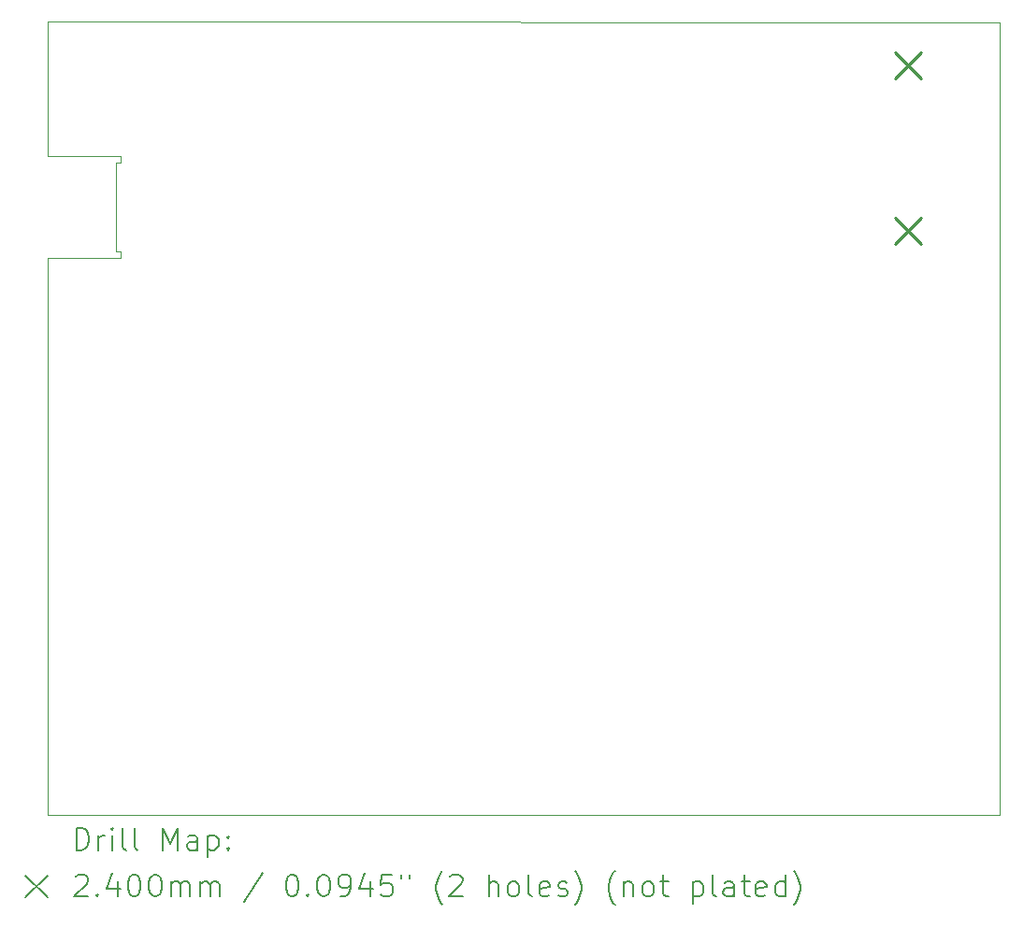
<source format=gbr>
%TF.GenerationSoftware,KiCad,Pcbnew,9.0.1+1*%
%TF.CreationDate,2025-09-08T06:41:38+00:00*%
%TF.ProjectId,c64psu,63363470-7375-42e6-9b69-6361645f7063,rev?*%
%TF.SameCoordinates,Original*%
%TF.FileFunction,Drillmap*%
%TF.FilePolarity,Positive*%
%FSLAX45Y45*%
G04 Gerber Fmt 4.5, Leading zero omitted, Abs format (unit mm)*
G04 Created by KiCad (PCBNEW 9.0.1+1) date 2025-09-08 06:41:38*
%MOMM*%
%LPD*%
G01*
G04 APERTURE LIST*
%ADD10C,0.050000*%
%ADD11C,0.200000*%
%ADD12C,0.240000*%
G04 APERTURE END LIST*
D10*
X21922455Y-3703347D02*
X21925006Y-10890062D01*
X13310009Y-10887562D01*
X13307507Y-5840000D01*
X13967500Y-5840000D01*
X13967500Y-5780000D01*
X13925000Y-5780000D01*
X13925000Y-4975000D01*
X13970000Y-4975000D01*
X13970000Y-4915000D01*
X13307500Y-4915000D01*
X13307500Y-3700847D01*
X21922455Y-3703347D01*
D11*
D12*
X20978000Y-3974000D02*
X21218000Y-4214000D01*
X21218000Y-3974000D02*
X20978000Y-4214000D01*
X20978000Y-5474000D02*
X21218000Y-5714000D01*
X21218000Y-5474000D02*
X20978000Y-5714000D01*
D11*
X13565777Y-11204046D02*
X13565777Y-11004046D01*
X13565777Y-11004046D02*
X13613396Y-11004046D01*
X13613396Y-11004046D02*
X13641967Y-11013570D01*
X13641967Y-11013570D02*
X13661015Y-11032618D01*
X13661015Y-11032618D02*
X13670539Y-11051665D01*
X13670539Y-11051665D02*
X13680062Y-11089760D01*
X13680062Y-11089760D02*
X13680062Y-11118332D01*
X13680062Y-11118332D02*
X13670539Y-11156427D01*
X13670539Y-11156427D02*
X13661015Y-11175475D01*
X13661015Y-11175475D02*
X13641967Y-11194522D01*
X13641967Y-11194522D02*
X13613396Y-11204046D01*
X13613396Y-11204046D02*
X13565777Y-11204046D01*
X13765777Y-11204046D02*
X13765777Y-11070713D01*
X13765777Y-11108808D02*
X13775301Y-11089760D01*
X13775301Y-11089760D02*
X13784824Y-11080237D01*
X13784824Y-11080237D02*
X13803872Y-11070713D01*
X13803872Y-11070713D02*
X13822920Y-11070713D01*
X13889586Y-11204046D02*
X13889586Y-11070713D01*
X13889586Y-11004046D02*
X13880062Y-11013570D01*
X13880062Y-11013570D02*
X13889586Y-11023094D01*
X13889586Y-11023094D02*
X13899110Y-11013570D01*
X13899110Y-11013570D02*
X13889586Y-11004046D01*
X13889586Y-11004046D02*
X13889586Y-11023094D01*
X14013396Y-11204046D02*
X13994348Y-11194522D01*
X13994348Y-11194522D02*
X13984824Y-11175475D01*
X13984824Y-11175475D02*
X13984824Y-11004046D01*
X14118158Y-11204046D02*
X14099110Y-11194522D01*
X14099110Y-11194522D02*
X14089586Y-11175475D01*
X14089586Y-11175475D02*
X14089586Y-11004046D01*
X14346729Y-11204046D02*
X14346729Y-11004046D01*
X14346729Y-11004046D02*
X14413396Y-11146903D01*
X14413396Y-11146903D02*
X14480062Y-11004046D01*
X14480062Y-11004046D02*
X14480062Y-11204046D01*
X14661015Y-11204046D02*
X14661015Y-11099284D01*
X14661015Y-11099284D02*
X14651491Y-11080237D01*
X14651491Y-11080237D02*
X14632443Y-11070713D01*
X14632443Y-11070713D02*
X14594348Y-11070713D01*
X14594348Y-11070713D02*
X14575301Y-11080237D01*
X14661015Y-11194522D02*
X14641967Y-11204046D01*
X14641967Y-11204046D02*
X14594348Y-11204046D01*
X14594348Y-11204046D02*
X14575301Y-11194522D01*
X14575301Y-11194522D02*
X14565777Y-11175475D01*
X14565777Y-11175475D02*
X14565777Y-11156427D01*
X14565777Y-11156427D02*
X14575301Y-11137380D01*
X14575301Y-11137380D02*
X14594348Y-11127856D01*
X14594348Y-11127856D02*
X14641967Y-11127856D01*
X14641967Y-11127856D02*
X14661015Y-11118332D01*
X14756253Y-11070713D02*
X14756253Y-11270713D01*
X14756253Y-11080237D02*
X14775301Y-11070713D01*
X14775301Y-11070713D02*
X14813396Y-11070713D01*
X14813396Y-11070713D02*
X14832443Y-11080237D01*
X14832443Y-11080237D02*
X14841967Y-11089760D01*
X14841967Y-11089760D02*
X14851491Y-11108808D01*
X14851491Y-11108808D02*
X14851491Y-11165951D01*
X14851491Y-11165951D02*
X14841967Y-11184998D01*
X14841967Y-11184998D02*
X14832443Y-11194522D01*
X14832443Y-11194522D02*
X14813396Y-11204046D01*
X14813396Y-11204046D02*
X14775301Y-11204046D01*
X14775301Y-11204046D02*
X14756253Y-11194522D01*
X14937205Y-11184998D02*
X14946729Y-11194522D01*
X14946729Y-11194522D02*
X14937205Y-11204046D01*
X14937205Y-11204046D02*
X14927682Y-11194522D01*
X14927682Y-11194522D02*
X14937205Y-11184998D01*
X14937205Y-11184998D02*
X14937205Y-11204046D01*
X14937205Y-11080237D02*
X14946729Y-11089760D01*
X14946729Y-11089760D02*
X14937205Y-11099284D01*
X14937205Y-11099284D02*
X14927682Y-11089760D01*
X14927682Y-11089760D02*
X14937205Y-11080237D01*
X14937205Y-11080237D02*
X14937205Y-11099284D01*
X13105000Y-11432562D02*
X13305000Y-11632562D01*
X13305000Y-11432562D02*
X13105000Y-11632562D01*
X13556253Y-11443094D02*
X13565777Y-11433570D01*
X13565777Y-11433570D02*
X13584824Y-11424046D01*
X13584824Y-11424046D02*
X13632443Y-11424046D01*
X13632443Y-11424046D02*
X13651491Y-11433570D01*
X13651491Y-11433570D02*
X13661015Y-11443094D01*
X13661015Y-11443094D02*
X13670539Y-11462141D01*
X13670539Y-11462141D02*
X13670539Y-11481189D01*
X13670539Y-11481189D02*
X13661015Y-11509760D01*
X13661015Y-11509760D02*
X13546729Y-11624046D01*
X13546729Y-11624046D02*
X13670539Y-11624046D01*
X13756253Y-11604998D02*
X13765777Y-11614522D01*
X13765777Y-11614522D02*
X13756253Y-11624046D01*
X13756253Y-11624046D02*
X13746729Y-11614522D01*
X13746729Y-11614522D02*
X13756253Y-11604998D01*
X13756253Y-11604998D02*
X13756253Y-11624046D01*
X13937205Y-11490713D02*
X13937205Y-11624046D01*
X13889586Y-11414522D02*
X13841967Y-11557379D01*
X13841967Y-11557379D02*
X13965777Y-11557379D01*
X14080062Y-11424046D02*
X14099110Y-11424046D01*
X14099110Y-11424046D02*
X14118158Y-11433570D01*
X14118158Y-11433570D02*
X14127682Y-11443094D01*
X14127682Y-11443094D02*
X14137205Y-11462141D01*
X14137205Y-11462141D02*
X14146729Y-11500237D01*
X14146729Y-11500237D02*
X14146729Y-11547856D01*
X14146729Y-11547856D02*
X14137205Y-11585951D01*
X14137205Y-11585951D02*
X14127682Y-11604998D01*
X14127682Y-11604998D02*
X14118158Y-11614522D01*
X14118158Y-11614522D02*
X14099110Y-11624046D01*
X14099110Y-11624046D02*
X14080062Y-11624046D01*
X14080062Y-11624046D02*
X14061015Y-11614522D01*
X14061015Y-11614522D02*
X14051491Y-11604998D01*
X14051491Y-11604998D02*
X14041967Y-11585951D01*
X14041967Y-11585951D02*
X14032443Y-11547856D01*
X14032443Y-11547856D02*
X14032443Y-11500237D01*
X14032443Y-11500237D02*
X14041967Y-11462141D01*
X14041967Y-11462141D02*
X14051491Y-11443094D01*
X14051491Y-11443094D02*
X14061015Y-11433570D01*
X14061015Y-11433570D02*
X14080062Y-11424046D01*
X14270539Y-11424046D02*
X14289586Y-11424046D01*
X14289586Y-11424046D02*
X14308634Y-11433570D01*
X14308634Y-11433570D02*
X14318158Y-11443094D01*
X14318158Y-11443094D02*
X14327682Y-11462141D01*
X14327682Y-11462141D02*
X14337205Y-11500237D01*
X14337205Y-11500237D02*
X14337205Y-11547856D01*
X14337205Y-11547856D02*
X14327682Y-11585951D01*
X14327682Y-11585951D02*
X14318158Y-11604998D01*
X14318158Y-11604998D02*
X14308634Y-11614522D01*
X14308634Y-11614522D02*
X14289586Y-11624046D01*
X14289586Y-11624046D02*
X14270539Y-11624046D01*
X14270539Y-11624046D02*
X14251491Y-11614522D01*
X14251491Y-11614522D02*
X14241967Y-11604998D01*
X14241967Y-11604998D02*
X14232443Y-11585951D01*
X14232443Y-11585951D02*
X14222920Y-11547856D01*
X14222920Y-11547856D02*
X14222920Y-11500237D01*
X14222920Y-11500237D02*
X14232443Y-11462141D01*
X14232443Y-11462141D02*
X14241967Y-11443094D01*
X14241967Y-11443094D02*
X14251491Y-11433570D01*
X14251491Y-11433570D02*
X14270539Y-11424046D01*
X14422920Y-11624046D02*
X14422920Y-11490713D01*
X14422920Y-11509760D02*
X14432443Y-11500237D01*
X14432443Y-11500237D02*
X14451491Y-11490713D01*
X14451491Y-11490713D02*
X14480063Y-11490713D01*
X14480063Y-11490713D02*
X14499110Y-11500237D01*
X14499110Y-11500237D02*
X14508634Y-11519284D01*
X14508634Y-11519284D02*
X14508634Y-11624046D01*
X14508634Y-11519284D02*
X14518158Y-11500237D01*
X14518158Y-11500237D02*
X14537205Y-11490713D01*
X14537205Y-11490713D02*
X14565777Y-11490713D01*
X14565777Y-11490713D02*
X14584824Y-11500237D01*
X14584824Y-11500237D02*
X14594348Y-11519284D01*
X14594348Y-11519284D02*
X14594348Y-11624046D01*
X14689586Y-11624046D02*
X14689586Y-11490713D01*
X14689586Y-11509760D02*
X14699110Y-11500237D01*
X14699110Y-11500237D02*
X14718158Y-11490713D01*
X14718158Y-11490713D02*
X14746729Y-11490713D01*
X14746729Y-11490713D02*
X14765777Y-11500237D01*
X14765777Y-11500237D02*
X14775301Y-11519284D01*
X14775301Y-11519284D02*
X14775301Y-11624046D01*
X14775301Y-11519284D02*
X14784824Y-11500237D01*
X14784824Y-11500237D02*
X14803872Y-11490713D01*
X14803872Y-11490713D02*
X14832443Y-11490713D01*
X14832443Y-11490713D02*
X14851491Y-11500237D01*
X14851491Y-11500237D02*
X14861015Y-11519284D01*
X14861015Y-11519284D02*
X14861015Y-11624046D01*
X15251491Y-11414522D02*
X15080063Y-11671665D01*
X15508634Y-11424046D02*
X15527682Y-11424046D01*
X15527682Y-11424046D02*
X15546729Y-11433570D01*
X15546729Y-11433570D02*
X15556253Y-11443094D01*
X15556253Y-11443094D02*
X15565777Y-11462141D01*
X15565777Y-11462141D02*
X15575301Y-11500237D01*
X15575301Y-11500237D02*
X15575301Y-11547856D01*
X15575301Y-11547856D02*
X15565777Y-11585951D01*
X15565777Y-11585951D02*
X15556253Y-11604998D01*
X15556253Y-11604998D02*
X15546729Y-11614522D01*
X15546729Y-11614522D02*
X15527682Y-11624046D01*
X15527682Y-11624046D02*
X15508634Y-11624046D01*
X15508634Y-11624046D02*
X15489586Y-11614522D01*
X15489586Y-11614522D02*
X15480063Y-11604998D01*
X15480063Y-11604998D02*
X15470539Y-11585951D01*
X15470539Y-11585951D02*
X15461015Y-11547856D01*
X15461015Y-11547856D02*
X15461015Y-11500237D01*
X15461015Y-11500237D02*
X15470539Y-11462141D01*
X15470539Y-11462141D02*
X15480063Y-11443094D01*
X15480063Y-11443094D02*
X15489586Y-11433570D01*
X15489586Y-11433570D02*
X15508634Y-11424046D01*
X15661015Y-11604998D02*
X15670539Y-11614522D01*
X15670539Y-11614522D02*
X15661015Y-11624046D01*
X15661015Y-11624046D02*
X15651491Y-11614522D01*
X15651491Y-11614522D02*
X15661015Y-11604998D01*
X15661015Y-11604998D02*
X15661015Y-11624046D01*
X15794348Y-11424046D02*
X15813396Y-11424046D01*
X15813396Y-11424046D02*
X15832444Y-11433570D01*
X15832444Y-11433570D02*
X15841967Y-11443094D01*
X15841967Y-11443094D02*
X15851491Y-11462141D01*
X15851491Y-11462141D02*
X15861015Y-11500237D01*
X15861015Y-11500237D02*
X15861015Y-11547856D01*
X15861015Y-11547856D02*
X15851491Y-11585951D01*
X15851491Y-11585951D02*
X15841967Y-11604998D01*
X15841967Y-11604998D02*
X15832444Y-11614522D01*
X15832444Y-11614522D02*
X15813396Y-11624046D01*
X15813396Y-11624046D02*
X15794348Y-11624046D01*
X15794348Y-11624046D02*
X15775301Y-11614522D01*
X15775301Y-11614522D02*
X15765777Y-11604998D01*
X15765777Y-11604998D02*
X15756253Y-11585951D01*
X15756253Y-11585951D02*
X15746729Y-11547856D01*
X15746729Y-11547856D02*
X15746729Y-11500237D01*
X15746729Y-11500237D02*
X15756253Y-11462141D01*
X15756253Y-11462141D02*
X15765777Y-11443094D01*
X15765777Y-11443094D02*
X15775301Y-11433570D01*
X15775301Y-11433570D02*
X15794348Y-11424046D01*
X15956253Y-11624046D02*
X15994348Y-11624046D01*
X15994348Y-11624046D02*
X16013396Y-11614522D01*
X16013396Y-11614522D02*
X16022920Y-11604998D01*
X16022920Y-11604998D02*
X16041967Y-11576427D01*
X16041967Y-11576427D02*
X16051491Y-11538332D01*
X16051491Y-11538332D02*
X16051491Y-11462141D01*
X16051491Y-11462141D02*
X16041967Y-11443094D01*
X16041967Y-11443094D02*
X16032444Y-11433570D01*
X16032444Y-11433570D02*
X16013396Y-11424046D01*
X16013396Y-11424046D02*
X15975301Y-11424046D01*
X15975301Y-11424046D02*
X15956253Y-11433570D01*
X15956253Y-11433570D02*
X15946729Y-11443094D01*
X15946729Y-11443094D02*
X15937206Y-11462141D01*
X15937206Y-11462141D02*
X15937206Y-11509760D01*
X15937206Y-11509760D02*
X15946729Y-11528808D01*
X15946729Y-11528808D02*
X15956253Y-11538332D01*
X15956253Y-11538332D02*
X15975301Y-11547856D01*
X15975301Y-11547856D02*
X16013396Y-11547856D01*
X16013396Y-11547856D02*
X16032444Y-11538332D01*
X16032444Y-11538332D02*
X16041967Y-11528808D01*
X16041967Y-11528808D02*
X16051491Y-11509760D01*
X16222920Y-11490713D02*
X16222920Y-11624046D01*
X16175301Y-11414522D02*
X16127682Y-11557379D01*
X16127682Y-11557379D02*
X16251491Y-11557379D01*
X16422920Y-11424046D02*
X16327682Y-11424046D01*
X16327682Y-11424046D02*
X16318158Y-11519284D01*
X16318158Y-11519284D02*
X16327682Y-11509760D01*
X16327682Y-11509760D02*
X16346729Y-11500237D01*
X16346729Y-11500237D02*
X16394348Y-11500237D01*
X16394348Y-11500237D02*
X16413396Y-11509760D01*
X16413396Y-11509760D02*
X16422920Y-11519284D01*
X16422920Y-11519284D02*
X16432444Y-11538332D01*
X16432444Y-11538332D02*
X16432444Y-11585951D01*
X16432444Y-11585951D02*
X16422920Y-11604998D01*
X16422920Y-11604998D02*
X16413396Y-11614522D01*
X16413396Y-11614522D02*
X16394348Y-11624046D01*
X16394348Y-11624046D02*
X16346729Y-11624046D01*
X16346729Y-11624046D02*
X16327682Y-11614522D01*
X16327682Y-11614522D02*
X16318158Y-11604998D01*
X16508634Y-11424046D02*
X16508634Y-11462141D01*
X16584825Y-11424046D02*
X16584825Y-11462141D01*
X16880063Y-11700237D02*
X16870539Y-11690713D01*
X16870539Y-11690713D02*
X16851491Y-11662141D01*
X16851491Y-11662141D02*
X16841968Y-11643094D01*
X16841968Y-11643094D02*
X16832444Y-11614522D01*
X16832444Y-11614522D02*
X16822920Y-11566903D01*
X16822920Y-11566903D02*
X16822920Y-11528808D01*
X16822920Y-11528808D02*
X16832444Y-11481189D01*
X16832444Y-11481189D02*
X16841968Y-11452618D01*
X16841968Y-11452618D02*
X16851491Y-11433570D01*
X16851491Y-11433570D02*
X16870539Y-11404998D01*
X16870539Y-11404998D02*
X16880063Y-11395475D01*
X16946730Y-11443094D02*
X16956253Y-11433570D01*
X16956253Y-11433570D02*
X16975301Y-11424046D01*
X16975301Y-11424046D02*
X17022920Y-11424046D01*
X17022920Y-11424046D02*
X17041968Y-11433570D01*
X17041968Y-11433570D02*
X17051491Y-11443094D01*
X17051491Y-11443094D02*
X17061015Y-11462141D01*
X17061015Y-11462141D02*
X17061015Y-11481189D01*
X17061015Y-11481189D02*
X17051491Y-11509760D01*
X17051491Y-11509760D02*
X16937206Y-11624046D01*
X16937206Y-11624046D02*
X17061015Y-11624046D01*
X17299111Y-11624046D02*
X17299111Y-11424046D01*
X17384825Y-11624046D02*
X17384825Y-11519284D01*
X17384825Y-11519284D02*
X17375301Y-11500237D01*
X17375301Y-11500237D02*
X17356253Y-11490713D01*
X17356253Y-11490713D02*
X17327682Y-11490713D01*
X17327682Y-11490713D02*
X17308634Y-11500237D01*
X17308634Y-11500237D02*
X17299111Y-11509760D01*
X17508634Y-11624046D02*
X17489587Y-11614522D01*
X17489587Y-11614522D02*
X17480063Y-11604998D01*
X17480063Y-11604998D02*
X17470539Y-11585951D01*
X17470539Y-11585951D02*
X17470539Y-11528808D01*
X17470539Y-11528808D02*
X17480063Y-11509760D01*
X17480063Y-11509760D02*
X17489587Y-11500237D01*
X17489587Y-11500237D02*
X17508634Y-11490713D01*
X17508634Y-11490713D02*
X17537206Y-11490713D01*
X17537206Y-11490713D02*
X17556253Y-11500237D01*
X17556253Y-11500237D02*
X17565777Y-11509760D01*
X17565777Y-11509760D02*
X17575301Y-11528808D01*
X17575301Y-11528808D02*
X17575301Y-11585951D01*
X17575301Y-11585951D02*
X17565777Y-11604998D01*
X17565777Y-11604998D02*
X17556253Y-11614522D01*
X17556253Y-11614522D02*
X17537206Y-11624046D01*
X17537206Y-11624046D02*
X17508634Y-11624046D01*
X17689587Y-11624046D02*
X17670539Y-11614522D01*
X17670539Y-11614522D02*
X17661015Y-11595475D01*
X17661015Y-11595475D02*
X17661015Y-11424046D01*
X17841968Y-11614522D02*
X17822920Y-11624046D01*
X17822920Y-11624046D02*
X17784825Y-11624046D01*
X17784825Y-11624046D02*
X17765777Y-11614522D01*
X17765777Y-11614522D02*
X17756253Y-11595475D01*
X17756253Y-11595475D02*
X17756253Y-11519284D01*
X17756253Y-11519284D02*
X17765777Y-11500237D01*
X17765777Y-11500237D02*
X17784825Y-11490713D01*
X17784825Y-11490713D02*
X17822920Y-11490713D01*
X17822920Y-11490713D02*
X17841968Y-11500237D01*
X17841968Y-11500237D02*
X17851492Y-11519284D01*
X17851492Y-11519284D02*
X17851492Y-11538332D01*
X17851492Y-11538332D02*
X17756253Y-11557379D01*
X17927682Y-11614522D02*
X17946730Y-11624046D01*
X17946730Y-11624046D02*
X17984825Y-11624046D01*
X17984825Y-11624046D02*
X18003873Y-11614522D01*
X18003873Y-11614522D02*
X18013396Y-11595475D01*
X18013396Y-11595475D02*
X18013396Y-11585951D01*
X18013396Y-11585951D02*
X18003873Y-11566903D01*
X18003873Y-11566903D02*
X17984825Y-11557379D01*
X17984825Y-11557379D02*
X17956253Y-11557379D01*
X17956253Y-11557379D02*
X17937206Y-11547856D01*
X17937206Y-11547856D02*
X17927682Y-11528808D01*
X17927682Y-11528808D02*
X17927682Y-11519284D01*
X17927682Y-11519284D02*
X17937206Y-11500237D01*
X17937206Y-11500237D02*
X17956253Y-11490713D01*
X17956253Y-11490713D02*
X17984825Y-11490713D01*
X17984825Y-11490713D02*
X18003873Y-11500237D01*
X18080063Y-11700237D02*
X18089587Y-11690713D01*
X18089587Y-11690713D02*
X18108634Y-11662141D01*
X18108634Y-11662141D02*
X18118158Y-11643094D01*
X18118158Y-11643094D02*
X18127682Y-11614522D01*
X18127682Y-11614522D02*
X18137206Y-11566903D01*
X18137206Y-11566903D02*
X18137206Y-11528808D01*
X18137206Y-11528808D02*
X18127682Y-11481189D01*
X18127682Y-11481189D02*
X18118158Y-11452618D01*
X18118158Y-11452618D02*
X18108634Y-11433570D01*
X18108634Y-11433570D02*
X18089587Y-11404998D01*
X18089587Y-11404998D02*
X18080063Y-11395475D01*
X18441968Y-11700237D02*
X18432444Y-11690713D01*
X18432444Y-11690713D02*
X18413396Y-11662141D01*
X18413396Y-11662141D02*
X18403873Y-11643094D01*
X18403873Y-11643094D02*
X18394349Y-11614522D01*
X18394349Y-11614522D02*
X18384825Y-11566903D01*
X18384825Y-11566903D02*
X18384825Y-11528808D01*
X18384825Y-11528808D02*
X18394349Y-11481189D01*
X18394349Y-11481189D02*
X18403873Y-11452618D01*
X18403873Y-11452618D02*
X18413396Y-11433570D01*
X18413396Y-11433570D02*
X18432444Y-11404998D01*
X18432444Y-11404998D02*
X18441968Y-11395475D01*
X18518158Y-11490713D02*
X18518158Y-11624046D01*
X18518158Y-11509760D02*
X18527682Y-11500237D01*
X18527682Y-11500237D02*
X18546730Y-11490713D01*
X18546730Y-11490713D02*
X18575301Y-11490713D01*
X18575301Y-11490713D02*
X18594349Y-11500237D01*
X18594349Y-11500237D02*
X18603873Y-11519284D01*
X18603873Y-11519284D02*
X18603873Y-11624046D01*
X18727682Y-11624046D02*
X18708634Y-11614522D01*
X18708634Y-11614522D02*
X18699111Y-11604998D01*
X18699111Y-11604998D02*
X18689587Y-11585951D01*
X18689587Y-11585951D02*
X18689587Y-11528808D01*
X18689587Y-11528808D02*
X18699111Y-11509760D01*
X18699111Y-11509760D02*
X18708634Y-11500237D01*
X18708634Y-11500237D02*
X18727682Y-11490713D01*
X18727682Y-11490713D02*
X18756254Y-11490713D01*
X18756254Y-11490713D02*
X18775301Y-11500237D01*
X18775301Y-11500237D02*
X18784825Y-11509760D01*
X18784825Y-11509760D02*
X18794349Y-11528808D01*
X18794349Y-11528808D02*
X18794349Y-11585951D01*
X18794349Y-11585951D02*
X18784825Y-11604998D01*
X18784825Y-11604998D02*
X18775301Y-11614522D01*
X18775301Y-11614522D02*
X18756254Y-11624046D01*
X18756254Y-11624046D02*
X18727682Y-11624046D01*
X18851492Y-11490713D02*
X18927682Y-11490713D01*
X18880063Y-11424046D02*
X18880063Y-11595475D01*
X18880063Y-11595475D02*
X18889587Y-11614522D01*
X18889587Y-11614522D02*
X18908634Y-11624046D01*
X18908634Y-11624046D02*
X18927682Y-11624046D01*
X19146730Y-11490713D02*
X19146730Y-11690713D01*
X19146730Y-11500237D02*
X19165777Y-11490713D01*
X19165777Y-11490713D02*
X19203873Y-11490713D01*
X19203873Y-11490713D02*
X19222920Y-11500237D01*
X19222920Y-11500237D02*
X19232444Y-11509760D01*
X19232444Y-11509760D02*
X19241968Y-11528808D01*
X19241968Y-11528808D02*
X19241968Y-11585951D01*
X19241968Y-11585951D02*
X19232444Y-11604998D01*
X19232444Y-11604998D02*
X19222920Y-11614522D01*
X19222920Y-11614522D02*
X19203873Y-11624046D01*
X19203873Y-11624046D02*
X19165777Y-11624046D01*
X19165777Y-11624046D02*
X19146730Y-11614522D01*
X19356254Y-11624046D02*
X19337206Y-11614522D01*
X19337206Y-11614522D02*
X19327682Y-11595475D01*
X19327682Y-11595475D02*
X19327682Y-11424046D01*
X19518158Y-11624046D02*
X19518158Y-11519284D01*
X19518158Y-11519284D02*
X19508635Y-11500237D01*
X19508635Y-11500237D02*
X19489587Y-11490713D01*
X19489587Y-11490713D02*
X19451492Y-11490713D01*
X19451492Y-11490713D02*
X19432444Y-11500237D01*
X19518158Y-11614522D02*
X19499111Y-11624046D01*
X19499111Y-11624046D02*
X19451492Y-11624046D01*
X19451492Y-11624046D02*
X19432444Y-11614522D01*
X19432444Y-11614522D02*
X19422920Y-11595475D01*
X19422920Y-11595475D02*
X19422920Y-11576427D01*
X19422920Y-11576427D02*
X19432444Y-11557379D01*
X19432444Y-11557379D02*
X19451492Y-11547856D01*
X19451492Y-11547856D02*
X19499111Y-11547856D01*
X19499111Y-11547856D02*
X19518158Y-11538332D01*
X19584825Y-11490713D02*
X19661015Y-11490713D01*
X19613396Y-11424046D02*
X19613396Y-11595475D01*
X19613396Y-11595475D02*
X19622920Y-11614522D01*
X19622920Y-11614522D02*
X19641968Y-11624046D01*
X19641968Y-11624046D02*
X19661015Y-11624046D01*
X19803873Y-11614522D02*
X19784825Y-11624046D01*
X19784825Y-11624046D02*
X19746730Y-11624046D01*
X19746730Y-11624046D02*
X19727682Y-11614522D01*
X19727682Y-11614522D02*
X19718158Y-11595475D01*
X19718158Y-11595475D02*
X19718158Y-11519284D01*
X19718158Y-11519284D02*
X19727682Y-11500237D01*
X19727682Y-11500237D02*
X19746730Y-11490713D01*
X19746730Y-11490713D02*
X19784825Y-11490713D01*
X19784825Y-11490713D02*
X19803873Y-11500237D01*
X19803873Y-11500237D02*
X19813396Y-11519284D01*
X19813396Y-11519284D02*
X19813396Y-11538332D01*
X19813396Y-11538332D02*
X19718158Y-11557379D01*
X19984825Y-11624046D02*
X19984825Y-11424046D01*
X19984825Y-11614522D02*
X19965777Y-11624046D01*
X19965777Y-11624046D02*
X19927682Y-11624046D01*
X19927682Y-11624046D02*
X19908635Y-11614522D01*
X19908635Y-11614522D02*
X19899111Y-11604998D01*
X19899111Y-11604998D02*
X19889587Y-11585951D01*
X19889587Y-11585951D02*
X19889587Y-11528808D01*
X19889587Y-11528808D02*
X19899111Y-11509760D01*
X19899111Y-11509760D02*
X19908635Y-11500237D01*
X19908635Y-11500237D02*
X19927682Y-11490713D01*
X19927682Y-11490713D02*
X19965777Y-11490713D01*
X19965777Y-11490713D02*
X19984825Y-11500237D01*
X20061016Y-11700237D02*
X20070539Y-11690713D01*
X20070539Y-11690713D02*
X20089587Y-11662141D01*
X20089587Y-11662141D02*
X20099111Y-11643094D01*
X20099111Y-11643094D02*
X20108635Y-11614522D01*
X20108635Y-11614522D02*
X20118158Y-11566903D01*
X20118158Y-11566903D02*
X20118158Y-11528808D01*
X20118158Y-11528808D02*
X20108635Y-11481189D01*
X20108635Y-11481189D02*
X20099111Y-11452618D01*
X20099111Y-11452618D02*
X20089587Y-11433570D01*
X20089587Y-11433570D02*
X20070539Y-11404998D01*
X20070539Y-11404998D02*
X20061016Y-11395475D01*
M02*

</source>
